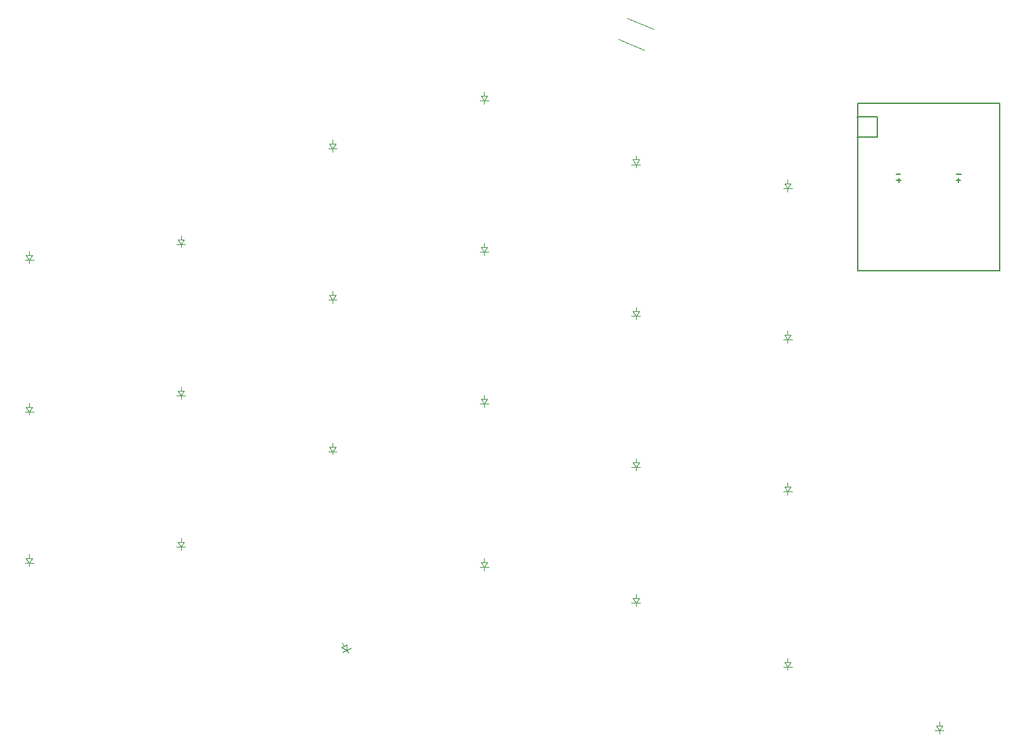
<source format=gbr>
%TF.GenerationSoftware,KiCad,Pcbnew,(6.0.9)*%
%TF.CreationDate,2023-04-16T18:35:51+02:00*%
%TF.ProjectId,iteMX_pcb,6974654d-585f-4706-9362-2e6b69636164,v1.0.0*%
%TF.SameCoordinates,Original*%
%TF.FileFunction,Legend,Top*%
%TF.FilePolarity,Positive*%
%FSLAX46Y46*%
G04 Gerber Fmt 4.6, Leading zero omitted, Abs format (unit mm)*
G04 Created by KiCad (PCBNEW (6.0.9)) date 2023-04-16 18:35:51*
%MOMM*%
%LPD*%
G01*
G04 APERTURE LIST*
%ADD10C,0.150000*%
%ADD11C,0.100000*%
%ADD12C,0.127000*%
G04 APERTURE END LIST*
D10*
%TO.C,*%
%TO.C,REF\u002A\u002A*%
X112146666Y44420000D02*
X111613333Y44420000D01*
X119666666Y43680000D02*
X119133333Y43680000D01*
X119400000Y43413333D02*
X119400000Y43946666D01*
X119706666Y44450000D02*
X119173333Y44450000D01*
X112176666Y43670000D02*
X111643333Y43670000D01*
X111910000Y43403333D02*
X111910000Y43936666D01*
%TO.C,*%
D11*
%TO.C,D19*%
X42819486Y-14547596D02*
X42773076Y-15267211D01*
X42126666Y-14947596D02*
X42819486Y-14547596D01*
X42973076Y-15613621D02*
X42773076Y-15267211D01*
X42773076Y-15267211D02*
X43249390Y-14992211D01*
X42473076Y-14747596D02*
X42223076Y-14314583D01*
X42773076Y-15267211D02*
X42296762Y-15542211D01*
X42773076Y-15267211D02*
X42126666Y-14947596D01*
%TO.C,D18*%
X98000000Y42250000D02*
X98000000Y42650000D01*
X98000000Y43250000D02*
X98000000Y43750000D01*
X98000000Y42650000D02*
X97600000Y43250000D01*
X98000000Y42650000D02*
X97450000Y42650000D01*
X97600000Y43250000D02*
X98400000Y43250000D01*
X98000000Y42650000D02*
X98550000Y42650000D01*
X98400000Y43250000D02*
X98000000Y42650000D01*
%TO.C,D15*%
X79000000Y45650000D02*
X78450000Y45650000D01*
X79000000Y46250000D02*
X79000000Y46750000D01*
X79000000Y45650000D02*
X78600000Y46250000D01*
X79000000Y45250000D02*
X79000000Y45650000D01*
X79000000Y45650000D02*
X79550000Y45650000D01*
X79400000Y46250000D02*
X79000000Y45650000D01*
X78600000Y46250000D02*
X79400000Y46250000D01*
%TO.C,D10*%
X59600000Y16250000D02*
X60400000Y16250000D01*
X60000000Y16250000D02*
X60000000Y16750000D01*
X60400000Y16250000D02*
X60000000Y15650000D01*
X60000000Y15250000D02*
X60000000Y15650000D01*
X60000000Y15650000D02*
X59600000Y16250000D01*
X60000000Y15650000D02*
X59450000Y15650000D01*
X60000000Y15650000D02*
X60550000Y15650000D01*
%TO.C,D20*%
X60000000Y-4850000D02*
X60550000Y-4850000D01*
X60000000Y-4850000D02*
X59450000Y-4850000D01*
X60000000Y-4850000D02*
X59600000Y-4250000D01*
X60000000Y-5250000D02*
X60000000Y-4850000D01*
X59600000Y-4250000D02*
X60400000Y-4250000D01*
X60000000Y-4250000D02*
X60000000Y-3750000D01*
X60400000Y-4250000D02*
X60000000Y-4850000D01*
D10*
%TO.C,REF\u002A\u002A*%
X109280000Y51662000D02*
X109280000Y49122000D01*
D12*
X124550000Y32300000D02*
X124550000Y53300000D01*
X124550000Y53300000D02*
X106750000Y53300000D01*
X106750000Y53300000D02*
X106750000Y32300000D01*
X106750000Y32300000D02*
X124550000Y32300000D01*
D10*
X109280000Y51662000D02*
X106740000Y51662000D01*
X109280000Y49122000D02*
X106740000Y49122000D01*
D11*
%TO.C,D3*%
X2600000Y34250000D02*
X3400000Y34250000D01*
X3400000Y34250000D02*
X3000000Y33650000D01*
X3000000Y33650000D02*
X2600000Y34250000D01*
X3000000Y34250000D02*
X3000000Y34750000D01*
X3000000Y33650000D02*
X2450000Y33650000D01*
X3000000Y33250000D02*
X3000000Y33650000D01*
X3000000Y33650000D02*
X3550000Y33650000D01*
%TO.C,D1*%
X3000000Y-3750000D02*
X3000000Y-3250000D01*
X3000000Y-4350000D02*
X2450000Y-4350000D01*
X3000000Y-4350000D02*
X2600000Y-3750000D01*
X3000000Y-4750000D02*
X3000000Y-4350000D01*
X3400000Y-3750000D02*
X3000000Y-4350000D01*
X3000000Y-4350000D02*
X3550000Y-4350000D01*
X2600000Y-3750000D02*
X3400000Y-3750000D01*
%TO.C,D9*%
X41000000Y47650000D02*
X40450000Y47650000D01*
X41000000Y47250000D02*
X41000000Y47650000D01*
X41400000Y48250000D02*
X41000000Y47650000D01*
X41000000Y47650000D02*
X40600000Y48250000D01*
X41000000Y47650000D02*
X41550000Y47650000D01*
X40600000Y48250000D02*
X41400000Y48250000D01*
X41000000Y48250000D02*
X41000000Y48750000D01*
%TO.C,D8*%
X40600000Y29250000D02*
X41400000Y29250000D01*
X41400000Y29250000D02*
X41000000Y28650000D01*
X41000000Y28250000D02*
X41000000Y28650000D01*
X41000000Y28650000D02*
X40600000Y29250000D01*
X41000000Y28650000D02*
X40450000Y28650000D01*
X41000000Y28650000D02*
X41550000Y28650000D01*
X41000000Y29250000D02*
X41000000Y29750000D01*
%TO.C,D13*%
X79000000Y7250000D02*
X79000000Y7650000D01*
X79000000Y7650000D02*
X78450000Y7650000D01*
X79000000Y8250000D02*
X79000000Y8750000D01*
X78600000Y8250000D02*
X79400000Y8250000D01*
X79000000Y7650000D02*
X79550000Y7650000D01*
X79000000Y7650000D02*
X78600000Y8250000D01*
X79400000Y8250000D02*
X79000000Y7650000D01*
%TO.C,REF\u002A\u002A*%
X77948637Y64014854D02*
X81175158Y62658549D01*
X76778749Y61360826D02*
X80051363Y59985146D01*
%TO.C,D23*%
X117000000Y-25350000D02*
X116450000Y-25350000D01*
X117000000Y-25350000D02*
X117550000Y-25350000D01*
X116600000Y-24750000D02*
X117400000Y-24750000D01*
X117000000Y-25750000D02*
X117000000Y-25350000D01*
X117400000Y-24750000D02*
X117000000Y-25350000D01*
X117000000Y-25350000D02*
X116600000Y-24750000D01*
X117000000Y-24750000D02*
X117000000Y-24250000D01*
%TO.C,D5*%
X22000000Y16650000D02*
X21450000Y16650000D01*
X22400000Y17250000D02*
X22000000Y16650000D01*
X22000000Y16250000D02*
X22000000Y16650000D01*
X21600000Y17250000D02*
X22400000Y17250000D01*
X22000000Y16650000D02*
X21600000Y17250000D01*
X22000000Y17250000D02*
X22000000Y17750000D01*
X22000000Y16650000D02*
X22550000Y16650000D01*
%TO.C,D12*%
X60000000Y53650000D02*
X59450000Y53650000D01*
X60400000Y54250000D02*
X60000000Y53650000D01*
X59600000Y54250000D02*
X60400000Y54250000D01*
X60000000Y53250000D02*
X60000000Y53650000D01*
X60000000Y54250000D02*
X60000000Y54750000D01*
X60000000Y53650000D02*
X59600000Y54250000D01*
X60000000Y53650000D02*
X60550000Y53650000D01*
%TO.C,D21*%
X79000000Y-9750000D02*
X79000000Y-9350000D01*
X79000000Y-8750000D02*
X79000000Y-8250000D01*
X78600000Y-8750000D02*
X79400000Y-8750000D01*
X79000000Y-9350000D02*
X78600000Y-8750000D01*
X79400000Y-8750000D02*
X79000000Y-9350000D01*
X79000000Y-9350000D02*
X78450000Y-9350000D01*
X79000000Y-9350000D02*
X79550000Y-9350000D01*
%TO.C,D17*%
X98000000Y23250000D02*
X98000000Y23650000D01*
X97600000Y24250000D02*
X98400000Y24250000D01*
X98000000Y24250000D02*
X98000000Y24750000D01*
X98000000Y23650000D02*
X97600000Y24250000D01*
X98000000Y23650000D02*
X98550000Y23650000D01*
X98000000Y23650000D02*
X97450000Y23650000D01*
X98400000Y24250000D02*
X98000000Y23650000D01*
%TO.C,D16*%
X98000000Y4650000D02*
X97450000Y4650000D01*
X98000000Y5250000D02*
X98000000Y5750000D01*
X98000000Y4250000D02*
X98000000Y4650000D01*
X98400000Y5250000D02*
X98000000Y4650000D01*
X98000000Y4650000D02*
X97600000Y5250000D01*
X98000000Y4650000D02*
X98550000Y4650000D01*
X97600000Y5250000D02*
X98400000Y5250000D01*
%TO.C,D11*%
X60000000Y34650000D02*
X59450000Y34650000D01*
X60000000Y34250000D02*
X60000000Y34650000D01*
X60000000Y34650000D02*
X59600000Y35250000D01*
X60000000Y35250000D02*
X60000000Y35750000D01*
X60000000Y34650000D02*
X60550000Y34650000D01*
X60400000Y35250000D02*
X60000000Y34650000D01*
X59600000Y35250000D02*
X60400000Y35250000D01*
%TO.C,D14*%
X79000000Y26650000D02*
X78450000Y26650000D01*
X79000000Y27250000D02*
X79000000Y27750000D01*
X79000000Y26650000D02*
X79550000Y26650000D01*
X79000000Y26650000D02*
X78600000Y27250000D01*
X78600000Y27250000D02*
X79400000Y27250000D01*
X79000000Y26250000D02*
X79000000Y26650000D01*
X79400000Y27250000D02*
X79000000Y26650000D01*
%TO.C,D4*%
X22000000Y-2350000D02*
X22550000Y-2350000D01*
X22000000Y-2350000D02*
X21600000Y-1750000D01*
X22400000Y-1750000D02*
X22000000Y-2350000D01*
X22000000Y-2350000D02*
X21450000Y-2350000D01*
X22000000Y-1750000D02*
X22000000Y-1250000D01*
X22000000Y-2750000D02*
X22000000Y-2350000D01*
X21600000Y-1750000D02*
X22400000Y-1750000D01*
%TO.C,D7*%
X41000000Y9650000D02*
X40450000Y9650000D01*
X41000000Y9250000D02*
X41000000Y9650000D01*
X41000000Y9650000D02*
X41550000Y9650000D01*
X41000000Y10250000D02*
X41000000Y10750000D01*
X41400000Y10250000D02*
X41000000Y9650000D01*
X41000000Y9650000D02*
X40600000Y10250000D01*
X40600000Y10250000D02*
X41400000Y10250000D01*
%TO.C,D2*%
X3400000Y15250000D02*
X3000000Y14650000D01*
X3000000Y14650000D02*
X3550000Y14650000D01*
X3000000Y14650000D02*
X2600000Y15250000D01*
X3000000Y15250000D02*
X3000000Y15750000D01*
X3000000Y14250000D02*
X3000000Y14650000D01*
X3000000Y14650000D02*
X2450000Y14650000D01*
X2600000Y15250000D02*
X3400000Y15250000D01*
%TO.C,D6*%
X22000000Y36250000D02*
X22000000Y36750000D01*
X22400000Y36250000D02*
X22000000Y35650000D01*
X22000000Y35650000D02*
X21450000Y35650000D01*
X21600000Y36250000D02*
X22400000Y36250000D01*
X22000000Y35250000D02*
X22000000Y35650000D01*
X22000000Y35650000D02*
X21600000Y36250000D01*
X22000000Y35650000D02*
X22550000Y35650000D01*
%TO.C,D22*%
X98000000Y-17350000D02*
X97450000Y-17350000D01*
X98000000Y-16750000D02*
X98000000Y-16250000D01*
X98000000Y-17350000D02*
X98550000Y-17350000D01*
X97600000Y-16750000D02*
X98400000Y-16750000D01*
X98000000Y-17750000D02*
X98000000Y-17350000D01*
X98400000Y-16750000D02*
X98000000Y-17350000D01*
X98000000Y-17350000D02*
X97600000Y-16750000D01*
%TD*%
M02*

</source>
